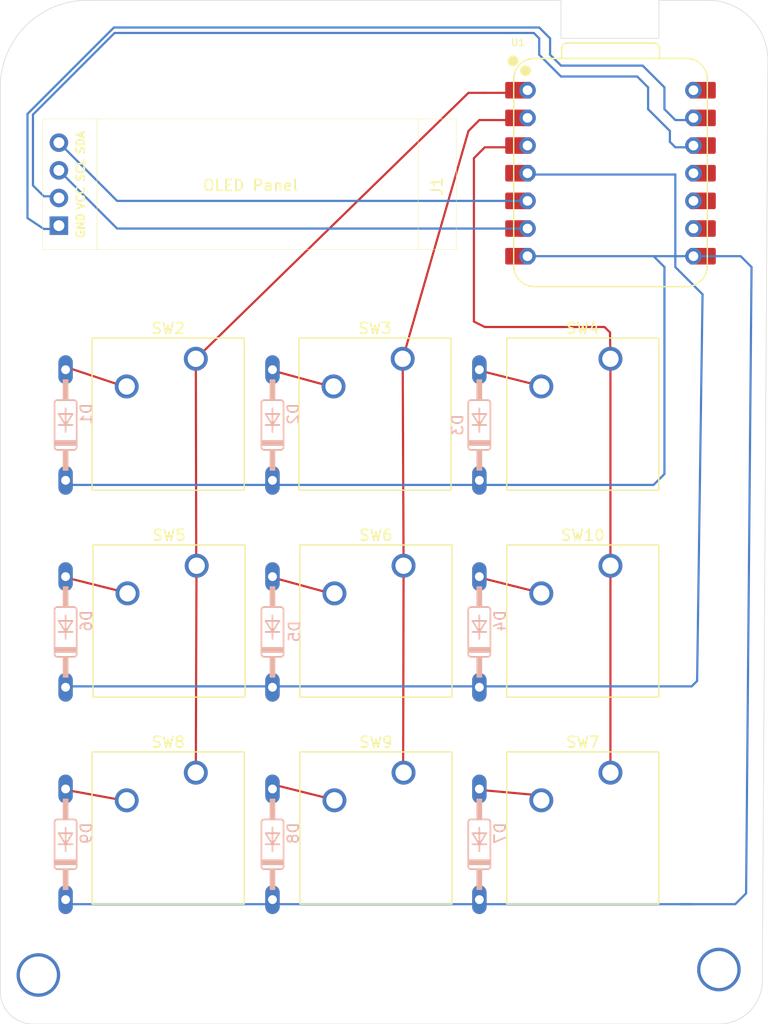
<source format=kicad_pcb>
(kicad_pcb (version 20240108) (generator "pcbnew") (generator_version "8.0")
  (layers (0 "F.Cu" signal) (31 "B.Cu" signal) (34 "B.Paste" user) (35 "F.Paste" user) (36 "B.SilkS" user "B.Silkscreen") (37 "F.SilkS" user "F.Silkscreen") (38 "B.Mask" user) (39 "F.Mask" user) (44 "Edge.Cuts" user))
  (net 0 "")
  (net 1 "SDA")
  (net 2 "GND")
  (net 3 "+3V3")
  (net 4 "SCL")
  (net 5 "COL-1")
  (net 6 "Net-(D1-A)")
  (net 7 "Net-(D2-A)")
  (net 8 "COL-2")
  (net 9 "COL-3")
  (net 10 "Net-(D3-A)")
  (net 11 "Net-(D4-A)")
  (net 12 "Net-(D5-A)")
  (net 13 "Net-(D6-A)")
  (net 14 "Net-(D7-A)")
  (net 15 "Net-(D8-A)")
  (net 16 "Net-(D9-A)")
  (net 17 "ROW-1")
  (net 18 "ROW-2")
  (net 19 "+5V")
  (net 23 "ROW-3")
  (footprint "Button_Switch_Keyboard:SW_Cherry_MX_1.00u_PCB" (layer "F.Cu") (at 108.04 64.92)
    (property "Reference" "SW4" (at -2.54 -2.794 0) (layer "F.SilkS"))
    (property "Value" "SW_Push")
    (fp_line (start -9.525 -1.905) (end 4.445 -1.905) (stroke (width 0.12)) (layer "F.SilkS"))
    (fp_line (start -9.525 12.065) (end -9.525 -1.905) (stroke (width 0.12)) (layer "F.SilkS"))
    (fp_line (start 4.445 -1.905) (end 4.445 12.065) (stroke (width 0.12)) (layer "F.SilkS"))
    (fp_line (start 4.445 12.065) (end -9.525 12.065) (stroke (width 0.12)) (layer "F.SilkS"))
    (pad "" np_thru_hole circle (at -7.62 5.08) (size 1.7 1.7) (drill 1.7) (layers "*.Cu" "*.Mask"))
    (pad "" np_thru_hole circle (at -2.54 5.08) (size 4 4) (drill 4) (layers "*.Cu" "*.Mask"))
    (pad "" np_thru_hole circle (at 2.54 5.08) (size 1.7 1.7) (drill 1.7) (layers "*.Cu" "*.Mask"))
    (pad "1" thru_hole circle (at 0 0) (size 2.2 2.2) (drill 1.5) (layers "*.Cu" "*.Mask") (net 9 "COL-3"))
    (pad "2" thru_hole circle (at -6.35 2.54) (size 2.2 2.2) (drill 1.5) (layers "*.Cu" "*.Mask") (net 10 "Net-(D3-A)"))
  )
  (footprint "Button_Switch_Keyboard:SW_Cherry_MX_1.00u_PCB" (layer "F.Cu") (at 70.04 83.92)
    (property "Reference" "SW5" (at -2.54 -2.794 0) (layer "F.SilkS"))
    (property "Value" "SW_Push")
    (fp_line (start -9.525 -1.905) (end 4.445 -1.905) (stroke (width 0.12)) (layer "F.SilkS"))
    (fp_line (start -9.525 12.065) (end -9.525 -1.905) (stroke (width 0.12)) (layer "F.SilkS"))
    (fp_line (start 4.445 -1.905) (end 4.445 12.065) (stroke (width 0.12)) (layer "F.SilkS"))
    (fp_line (start 4.445 12.065) (end -9.525 12.065) (stroke (width 0.12)) (layer "F.SilkS"))
    (pad "" np_thru_hole circle (at -7.62 5.08) (size 1.7 1.7) (drill 1.7) (layers "*.Cu" "*.Mask"))
    (pad "" np_thru_hole circle (at -2.54 5.08) (size 4 4) (drill 4) (layers "*.Cu" "*.Mask"))
    (pad "" np_thru_hole circle (at 2.54 5.08) (size 1.7 1.7) (drill 1.7) (layers "*.Cu" "*.Mask"))
    (pad "1" thru_hole circle (at 0 0) (size 2.2 2.2) (drill 1.5) (layers "*.Cu" "*.Mask") (net 5 "COL-1"))
    (pad "2" thru_hole circle (at -6.35 2.54) (size 2.2 2.2) (drill 1.5) (layers "*.Cu" "*.Mask") (net 11 "Net-(D4-A)"))
  )
  (footprint "Button_Switch_Keyboard:SW_Cherry_MX_1.00u_PCB" (layer "F.Cu") (at 108.04 102.92)
    (property "Reference" "SW7" (at -2.54 -2.794 0) (layer "F.SilkS"))
    (property "Value" "SW_Push")
    (fp_line (start -9.525 -1.905) (end 4.445 -1.905) (stroke (width 0.12)) (layer "F.SilkS"))
    (fp_line (start -9.525 12.065) (end -9.525 -1.905) (stroke (width 0.12)) (layer "F.SilkS"))
    (fp_line (start 4.445 -1.905) (end 4.445 12.065) (stroke (width 0.12)) (layer "F.SilkS"))
    (fp_line (start 4.445 12.065) (end -9.525 12.065) (stroke (width 0.12)) (layer "F.SilkS"))
    (pad "" np_thru_hole circle (at -7.62 5.08) (size 1.7 1.7) (drill 1.7) (layers "*.Cu" "*.Mask"))
    (pad "" np_thru_hole circle (at -2.54 5.08) (size 4 4) (drill 4) (layers "*.Cu" "*.Mask"))
    (pad "" np_thru_hole circle (at 2.54 5.08) (size 1.7 1.7) (drill 1.7) (layers "*.Cu" "*.Mask"))
    (pad "1" thru_hole circle (at 0 0) (size 2.2 2.2) (drill 1.5) (layers "*.Cu" "*.Mask") (net 9 "COL-3"))
    (pad "2" thru_hole circle (at -6.35 2.54) (size 2.2 2.2) (drill 1.5) (layers "*.Cu" "*.Mask") (net 13 "Net-(D6-A)"))
  )
  (footprint "Button_Switch_Keyboard:SW_Cherry_MX_1.00u_PCB" (layer "F.Cu") (at 69.96 64.92)
    (property "Reference" "SW2" (at -2.54 -2.794 0) (layer "F.SilkS"))
    (property "Value" "SW_Push")
    (fp_line (start -9.525 -1.905) (end 4.445 -1.905) (stroke (width 0.12)) (layer "F.SilkS"))
    (fp_line (start -9.525 12.065) (end -9.525 -1.905) (stroke (width 0.12)) (layer "F.SilkS"))
    (fp_line (start 4.445 -1.905) (end 4.445 12.065) (stroke (width 0.12)) (layer "F.SilkS"))
    (fp_line (start 4.445 12.065) (end -9.525 12.065) (stroke (width 0.12)) (layer "F.SilkS"))
    (pad "" np_thru_hole circle (at -7.62 5.08) (size 1.7 1.7) (drill 1.7) (layers "*.Cu" "*.Mask"))
    (pad "" np_thru_hole circle (at -2.54 5.08) (size 4 4) (drill 4) (layers "*.Cu" "*.Mask"))
    (pad "" np_thru_hole circle (at 2.54 5.08) (size 1.7 1.7) (drill 1.7) (layers "*.Cu" "*.Mask"))
    (pad "1" thru_hole circle (at 0 0) (size 2.2 2.2) (drill 1.5) (layers "*.Cu" "*.Mask") (net 5 "COL-1"))
    (pad "2" thru_hole circle (at -6.35 2.54) (size 2.2 2.2) (drill 1.5) (layers "*.Cu" "*.Mask") (net 6 "Net-(D1-A)"))
  )
  (footprint "Button_Switch_Keyboard:SW_Cherry_MX_1.00u_PCB" (layer "F.Cu") (at 108.04 83.92)
    (property "Reference" "SW10" (at -2.54 -2.794 0) (layer "F.SilkS"))
    (property "Value" "SW_Push")
    (fp_line (start -9.525 -1.905) (end 4.445 -1.905) (stroke (width 0.12)) (layer "F.SilkS"))
    (fp_line (start -9.525 12.065) (end -9.525 -1.905) (stroke (width 0.12)) (layer "F.SilkS"))
    (fp_line (start 4.445 -1.905) (end 4.445 12.065) (stroke (width 0.12)) (layer "F.SilkS"))
    (fp_line (start 4.445 12.065) (end -9.525 12.065) (stroke (width 0.12)) (layer "F.SilkS"))
    (pad "" np_thru_hole circle (at -7.62 5.08) (size 1.7 1.7) (drill 1.7) (layers "*.Cu" "*.Mask"))
    (pad "" np_thru_hole circle (at -2.54 5.08) (size 4 4) (drill 4) (layers "*.Cu" "*.Mask"))
    (pad "" np_thru_hole circle (at 2.54 5.08) (size 1.7 1.7) (drill 1.7) (layers "*.Cu" "*.Mask"))
    (pad "1" thru_hole circle (at 0 0) (size 2.2 2.2) (drill 1.5) (layers "*.Cu" "*.Mask") (net 9 "COL-3"))
    (pad "2" thru_hole circle (at -6.35 2.54) (size 2.2 2.2) (drill 1.5) (layers "*.Cu" "*.Mask") (net 16 "Net-(D9-A)"))
  )
  (footprint "Button_Switch_Keyboard:SW_Cherry_MX_1.00u_PCB" (layer "F.Cu") (at 88.96 64.92)
    (property "Reference" "SW3" (at -2.54 -2.794 0) (layer "F.SilkS"))
    (property "Value" "SW_Push")
    (fp_line (start -9.525 -1.905) (end 4.445 -1.905) (stroke (width 0.12)) (layer "F.SilkS"))
    (fp_line (start -9.525 12.065) (end -9.525 -1.905) (stroke (width 0.12)) (layer "F.SilkS"))
    (fp_line (start 4.445 -1.905) (end 4.445 12.065) (stroke (width 0.12)) (layer "F.SilkS"))
    (fp_line (start 4.445 12.065) (end -9.525 12.065) (stroke (width 0.12)) (layer "F.SilkS"))
    (pad "" np_thru_hole circle (at -7.62 5.08) (size 1.7 1.7) (drill 1.7) (layers "*.Cu" "*.Mask"))
    (pad "" np_thru_hole circle (at -2.54 5.08) (size 4 4) (drill 4) (layers "*.Cu" "*.Mask"))
    (pad "" np_thru_hole circle (at 2.54 5.08) (size 1.7 1.7) (drill 1.7) (layers "*.Cu" "*.Mask"))
    (pad "1" thru_hole circle (at 0 0) (size 2.2 2.2) (drill 1.5) (layers "*.Cu" "*.Mask") (net 8 "COL-2"))
    (pad "2" thru_hole circle (at -6.35 2.54) (size 2.2 2.2) (drill 1.5) (layers "*.Cu" "*.Mask") (net 7 "Net-(D2-A)"))
  )
  (footprint "KiCad-SSD1306-0.91-OLED-4pin-128x32:SSD1306-0.91-OLED-4pin-128x32" (layer "F.Cu") (at 93.885 54.885 180)
    (property "Reference" "J1" (at 1.785 5.795 90) (layer "F.SilkS"))
    (property "Value" "Conn_01x04_Pin")
    (fp_line (start 38 12) (end 38 0) (stroke (width 0.04)) (layer "F.SilkS"))
    (fp_line (start 38 0) (end 0 0) (stroke (width 0.04)) (layer "F.SilkS"))
    (fp_line (start 33 0) (end 33 12) (stroke (width 0.04)) (layer "F.SilkS"))
    (fp_line (start 3.5 0) (end 3.5 12) (stroke (width 0.04)) (layer "F.SilkS"))
    (fp_line (start 0 12) (end 38 12) (stroke (width 0.04)) (layer "F.SilkS"))
    (fp_line (start 0 0) (end 0 12) (stroke (width 0.04)) (layer "F.SilkS"))
    (fp_text user "VCC" (at 34.5 4.73 90) (layer "F.SilkS") (effects (font (size 0.75 0.75))))
    (fp_text user "SCL" (at 34.5 7.27 90) (layer "F.SilkS") (effects (font (size 0.75 0.75))))
    (fp_text user "SDA" (at 34.5 9.81 90) (layer "F.SilkS") (effects (font (size 0.75 0.75))))
    (fp_text user "GND" (at 34.5 2.19 90) (layer "F.SilkS") (effects (font (size 0.75 0.75))))
    (fp_text user "OLED Panel" (at 18.885 5.885 360) (layer "F.SilkS"))
    (pad "1" thru_hole rect (at 36.5 2.19 180) (size 1.7 1.7) (drill 1) (layers "*.Cu" "*.Mask") (net 2 "GND"))
    (pad "2" thru_hole oval (at 36.5 4.73 180) (size 1.7 1.7) (drill 1) (layers "*.Cu" "*.Mask") (net 3 "+3V3"))
    (pad "3" thru_hole oval (at 36.5 7.27 180) (size 1.7 1.7) (drill 1) (layers "*.Cu" "*.Mask") (net 4 "SCL"))
    (pad "4" thru_hole oval (at 36.5 9.81 180) (size 1.7 1.7) (drill 1) (layers "*.Cu" "*.Mask") (net 1 "SDA"))
  )
  (footprint "Button_Switch_Keyboard:SW_Cherry_MX_1.00u_PCB" (layer "F.Cu") (at 69.96 102.92)
    (property "Reference" "SW8" (at -2.54 -2.794 0) (layer "F.SilkS"))
    (property "Value" "SW_Push")
    (fp_line (start -9.525 -1.905) (end 4.445 -1.905) (stroke (width 0.12)) (layer "F.SilkS"))
    (fp_line (start -9.525 12.065) (end -9.525 -1.905) (stroke (width 0.12)) (layer "F.SilkS"))
    (fp_line (start 4.445 -1.905) (end 4.445 12.065) (stroke (width 0.12)) (layer "F.SilkS"))
    (fp_line (start 4.445 12.065) (end -9.525 12.065) (stroke (width 0.12)) (layer "F.SilkS"))
    (pad "" np_thru_hole circle (at -7.62 5.08) (size 1.7 1.7) (drill 1.7) (layers "*.Cu" "*.Mask"))
    (pad "" np_thru_hole circle (at -2.54 5.08) (size 4 4) (drill 4) (layers "*.Cu" "*.Mask"))
    (pad "" np_thru_hole circle (at 2.54 5.08) (size 1.7 1.7) (drill 1.7) (layers "*.Cu" "*.Mask"))
    (pad "1" thru_hole circle (at 0 0) (size 2.2 2.2) (drill 1.5) (layers "*.Cu" "*.Mask") (net 5 "COL-1"))
    (pad "2" thru_hole circle (at -6.35 2.54) (size 2.2 2.2) (drill 1.5) (layers "*.Cu" "*.Mask") (net 14 "Net-(D7-A)"))
  )
  (footprint "Button_Switch_Keyboard:SW_Cherry_MX_1.00u_PCB" (layer "F.Cu") (at 89.04 102.92)
    (property "Reference" "SW9" (at -2.54 -2.794 0) (layer "F.SilkS"))
    (property "Value" "SW_Push")
    (fp_line (start -9.525 -1.905) (end 4.445 -1.905) (stroke (width 0.12)) (layer "F.SilkS"))
    (fp_line (start -9.525 12.065) (end -9.525 -1.905) (stroke (width 0.12)) (layer "F.SilkS"))
    (fp_line (start 4.445 -1.905) (end 4.445 12.065) (stroke (width 0.12)) (layer "F.SilkS"))
    (fp_line (start 4.445 12.065) (end -9.525 12.065) (stroke (width 0.12)) (layer "F.SilkS"))
    (pad "" np_thru_hole circle (at -7.62 5.08) (size 1.7 1.7) (drill 1.7) (layers "*.Cu" "*.Mask"))
    (pad "" np_thru_hole circle (at -2.54 5.08) (size 4 4) (drill 4) (layers "*.Cu" "*.Mask"))
    (pad "" np_thru_hole circle (at 2.54 5.08) (size 1.7 1.7) (drill 1.7) (layers "*.Cu" "*.Mask"))
    (pad "1" thru_hole circle (at 0 0) (size 2.2 2.2) (drill 1.5) (layers "*.Cu" "*.Mask") (net 8 "COL-2"))
    (pad "2" thru_hole circle (at -6.35 2.54) (size 2.2 2.2) (drill 1.5) (layers "*.Cu" "*.Mask") (net 15 "Net-(D8-A)"))
  )
  (footprint "Seeed Studio XIAO Series Library:XIAO-RP2040-DIP" (layer "F.Cu") (at 108.045 47.88)
    (property "Reference" "U1" (at -8.5 -12 0) (layer "F.SilkS") (effects (font (size 0.635 0.635) (thickness 0.1016))))
    (property "Value" "XIAO-RP2040-DIP")
    (fp_line (start -8.89 8.509) (end -8.89 -8.636) (stroke (width 0.127)) (layer "F.SilkS"))
    (fp_line (start -6.985 10.414) (end 6.985 10.414) (stroke (width 0.127)) (layer "F.SilkS"))
    (fp_line (start -4.495 -10.541) (end -4.491272 -11.451272) (stroke (width 0.127)) (layer "F.SilkS"))
    (fp_line (start -3.991272 -11.951) (end 4.004 -11.951) (stroke (width 0.127)) (layer "F.SilkS"))
    (fp_line (start 4.504 -11.451) (end 4.504 -10.541) (stroke (width 0.127)) (layer "F.SilkS"))
    (fp_line (start 6.985 -10.541) (end -6.985 -10.541) (stroke (width 0.1)) (layer "F.SilkS"))
    (fp_line (start 6.985 -10.541) (end -6.985 -10.541) (stroke (width 0.127)) (layer "F.SilkS"))
    (fp_line (start 8.89 8.509) (end 8.89 -8.636) (stroke (width 0.127)) (layer "F.SilkS"))
    (fp_arc (start -8.89 -8.636) (mid -8.332038 -9.983038) (end -6.985 -10.541) (stroke (width 0.127)) (layer "F.SilkS"))
    (fp_arc (start -6.985 10.414) (mid -8.332038 9.856038) (end -8.89 8.509) (stroke (width 0.127)) (layer "F.SilkS"))
    (fp_arc (start -4.491272 -11.451272) (mid -4.344724 -11.804644) (end -3.991272 -11.951) (stroke (width 0.127)) (layer "F.SilkS"))
    (fp_arc (start 4.004 -11.951) (mid 4.357553 -11.804553) (end 4.504 -11.451) (stroke (width 0.127)) (layer "F.SilkS"))
    (fp_arc (start 6.985 -10.541) (mid 8.332038 -9.983038) (end 8.89 -8.636) (stroke (width 0.127)) (layer "F.SilkS"))
    (fp_arc (start 8.89 8.509) (mid 8.332038 9.856038) (end 6.985 10.414) (stroke (width 0.127)) (layer "F.SilkS"))
    (fp_circle (center -8.95 -10.3) (end -8.95 -10.554) (stroke (width 0.5)) (fill solid) (layer "F.SilkS"))
    (fp_circle (center -7.807 -9.42) (end -7.807 -9.674) (stroke (width 0.5)) (fill solid) (layer "F.SilkS"))
    (pad "1" smd roundrect (at -8.455 -7.62 180) (size 2.432 1.524) (layers "F.Cu" "F.Mask") (roundrect_rratio 0.1) (net 5 "COL-1"))
    (pad "1" thru_hole circle (at -7.62 -7.62 180) (size 1.524 1.524) (drill 0.889) (layers "*.Cu" "*.Mask") (net 5 "COL-1"))
    (pad "2" smd roundrect (at -8.455 -5.08 180) (size 2.432 1.524) (layers "F.Cu" "F.Mask") (roundrect_rratio 0.1) (net 8 "COL-2"))
    (pad "2" thru_hole circle (at -7.62 -5.08 180) (size 1.524 1.524) (drill 0.889) (layers "*.Cu" "*.Mask") (net 8 "COL-2"))
    (pad "3" smd roundrect (at -8.455 -2.54 180) (size 2.432 1.524) (layers "F.Cu" "F.Mask") (roundrect_rratio 0.1) (net 9 "COL-3"))
    (pad "3" thru_hole circle (at -7.62 -2.54 180) (size 1.524 1.524) (drill 0.889) (layers "*.Cu" "*.Mask") (net 9 "COL-3"))
    (pad "4" smd roundrect (at -8.455 0 180) (size 2.432 1.524) (layers "F.Cu" "F.Mask") (roundrect_rratio 0.1) (net 18 "ROW-2"))
    (pad "4" thru_hole circle (at -7.62 0 180) (size 1.524 1.524) (drill 0.889) (layers "*.Cu" "*.Mask") (net 18 "ROW-2"))
    (pad "5" smd roundrect (at -8.455 2.54 180) (size 2.432 1.524) (layers "F.Cu" "F.Mask") (roundrect_rratio 0.1) (net 1 "SDA"))
    (pad "5" thru_hole circle (at -7.62 2.54 180) (size 1.524 1.524) (drill 0.889) (layers "*.Cu" "*.Mask") (net 1 "SDA"))
    (pad "6" smd roundrect (at -8.455 5.08 180) (size 2.432 1.524) (layers "F.Cu" "F.Mask") (roundrect_rratio 0.1) (net 4 "SCL"))
    (pad "6" thru_hole circle (at -7.62 5.08 180) (size 1.524 1.524) (drill 0.889) (layers "*.Cu" "*.Mask") (net 4 "SCL"))
    (pad "7" smd roundrect (at -8.455 7.62 180) (size 2.432 1.524) (layers "F.Cu" "F.Mask") (roundrect_rratio 0.1) (net 17 "ROW-1"))
    (pad "7" thru_hole circle (at -7.62 7.62 180) (size 1.524 1.524) (drill 0.889) (layers "*.Cu" "*.Mask") (net 17 "ROW-1"))
    (pad "8" thru_hole circle (at 7.62 7.62) (size 1.524 1.524) (drill 0.889) (layers "*.Cu" "*.Mask") (net 23 "ROW-3"))
    (pad "8" smd roundrect (at 8.455 7.62) (size 2.432 1.524) (layers "F.Cu" "F.Mask") (roundrect_rratio 0.1) (net 23 "ROW-3"))
    (pad "9" thru_hole circle (at 7.62 5.08) (size 1.524 1.524) (drill 0.889) (layers "*.Cu" "*.Mask"))
    (pad "9" smd roundrect (at 8.455 5.08) (size 2.432 1.524) (layers "F.Cu" "F.Mask") (roundrect_rratio 0.1))
    (pad "10" thru_hole circle (at 7.62 2.54) (size 1.524 1.524) (drill 0.889) (layers "*.Cu" "*.Mask"))
    (pad "10" smd roundrect (at 8.455 2.54) (size 2.432 1.524) (layers "F.Cu" "F.Mask") (roundrect_rratio 0.1))
    (pad "11" thru_hole circle (at 7.62 0) (size 1.524 1.524) (drill 0.889) (layers "*.Cu" "*.Mask"))
    (pad "11" smd roundrect (at 8.455 0) (size 2.432 1.524) (layers "F.Cu" "F.Mask") (roundrect_rratio 0.1))
    (pad "12" thru_hole circle (at 7.62 -2.54) (size 1.524 1.524) (drill 0.889) (layers "*.Cu" "*.Mask") (net 3 "+3V3"))
    (pad "12" smd roundrect (at 8.455 -2.54) (size 2.432 1.524) (layers "F.Cu" "F.Mask") (roundrect_rratio 0.1) (net 3 "+3V3"))
    (pad "13" thru_hole circle (at 7.62 -5.08) (size 1.524 1.524) (drill 0.889) (layers "*.Cu" "*.Mask") (net 2 "GND"))
    (pad "13" smd roundrect (at 8.455 -5.08) (size 2.432 1.524) (layers "F.Cu" "F.Mask") (roundrect_rratio 0.1) (net 2 "GND"))
    (pad "14" thru_hole circle (at 7.62 -7.62) (size 1.524 1.524) (drill 0.889) (layers "*.Cu" "*.Mask") (net 19 "+5V"))
    (pad "14" smd roundrect (at 8.455 -7.62) (size 2.432 1.524) (layers "F.Cu" "F.Mask") (roundrect_rratio 0.1) (net 19 "+5V"))
  )
  (footprint "Button_Switch_Keyboard:SW_Cherry_MX_1.00u_PCB" (layer "F.Cu") (at 89.04 83.92)
    (property "Reference" "SW6" (at -2.54 -2.794 0) (layer "F.SilkS"))
    (property "Value" "SW_Push")
    (fp_line (start -9.525 -1.905) (end 4.445 -1.905) (stroke (width 0.12)) (layer "F.SilkS"))
    (fp_line (start -9.525 12.065) (end -9.525 -1.905) (stroke (width 0.12)) (layer "F.SilkS"))
    (fp_line (start 4.445 -1.905) (end 4.445 12.065) (stroke (width 0.12)) (layer "F.SilkS"))
    (fp_line (start 4.445 12.065) (end -9.525 12.065) (stroke (width 0.12)) (layer "F.SilkS"))
    (pad "" np_thru_hole circle (at -7.62 5.08) (size 1.7 1.7) (drill 1.7) (layers "*.Cu" "*.Mask"))
    (pad "" np_thru_hole circle (at -2.54 5.08) (size 4 4) (drill 4) (layers "*.Cu" "*.Mask"))
    (pad "" np_thru_hole circle (at 2.54 5.08) (size 1.7 1.7) (drill 1.7) (layers "*.Cu" "*.Mask"))
    (pad "1" thru_hole circle (at 0 0) (size 2.2 2.2) (drill 1.5) (layers "*.Cu" "*.Mask") (net 8 "COL-2"))
    (pad "2" thru_hole circle (at -6.35 2.54) (size 2.2 2.2) (drill 1.5) (layers "*.Cu" "*.Mask") (net 12 "Net-(D5-A)"))
  )
  (footprint "1N4148:DO35-10" (layer "B.Cu") (at 77 109.5 90)
    (property "Reference" "D8" (at 1.016 1.905 90) (layer "B.SilkS") (effects (justify mirror)))
    (property "Value" "D")
    (fp_line (start 2.032 -1.016) (end -2.032 -1.016) (stroke (width 0.1524)) (layer "B.SilkS"))
    (fp_line (start -2.286 -0.762) (end -2.286 0.762) (stroke (width 0.1524)) (layer "B.SilkS"))
    (fp_line (start 1.016 -0.635) (end 1.016 0.635) (stroke (width 0.1524)) (layer "B.SilkS"))
    (fp_line (start 0 -0.635) (end 0 0) (stroke (width 0.1524)) (layer "B.SilkS"))
    (fp_line (start 1.524 0) (end 0 0) (stroke (width 0.1524)) (layer "B.SilkS"))
    (fp_line (start 0 0) (end 1.016 -0.635) (stroke (width 0.1524)) (layer "B.SilkS"))
    (fp_line (start 0 0) (end -0.635 0) (stroke (width 0.1524)) (layer "B.SilkS"))
    (fp_line (start 0 0) (end 0 0.635) (stroke (width 0.1524)) (layer "B.SilkS"))
    (fp_line (start 1.016 0.635) (end 0 0) (stroke (width 0.1524)) (layer "B.SilkS"))
    (fp_line (start 2.286 0.762) (end 2.286 -0.762) (stroke (width 0.1524)) (layer "B.SilkS"))
    (fp_line (start 2.032 1.016) (end -2.032 1.016) (stroke (width 0.1524)) (layer "B.SilkS"))
    (fp_arc (start 2.032 -1.016) (mid 2.211605 -0.941605) (end 2.286 -0.762) (stroke (width 0.1524)) (layer "B.SilkS"))
    (fp_arc (start -2.286 -0.762) (mid -2.211605 -0.941605) (end -2.032 -1.016) (stroke (width 0.1524)) (layer "B.SilkS"))
    (fp_arc (start 2.286 0.762) (mid 2.211605 0.941605) (end 2.032 1.016) (stroke (width 0.1524)) (layer "B.SilkS"))
    (fp_arc (start -2.032 1.016) (mid -2.211605 0.941605) (end -2.286 0.762) (stroke (width 0.1524)) (layer "B.SilkS"))
    (fp_poly (pts (xy 2.286 0.254) (xy 4.191 0.254) (xy 4.191 -0.254) (xy 2.286 -0.254)) (stroke (width 0.01)) (fill solid) (layer "B.SilkS"))
    (fp_poly (pts (xy -4.191 0.254) (xy -2.286 0.254) (xy -2.286 -0.254) (xy -4.191 -0.254)) (stroke (width 0.01)) (fill solid) (layer "B.SilkS"))
    (fp_poly (pts (xy -1.905 1.016) (xy -1.397 1.016) (xy -1.397 -1.016) (xy -1.905 -1.016)) (stroke (width 0.01)) (fill solid) (layer "B.SilkS"))
    (pad "A" thru_hole oval (at 5.08 0 90) (size 2.6416 1.3208) (drill 0.8128) (layers "*.Cu" "*.Mask"))
    (pad "C" thru_hole oval (at -5.08 0 90) (size 2.6416 1.3208) (drill 0.8128) (layers "*.Cu" "*.Mask"))
  )
  (footprint "1N4148:DO35-10" (layer "B.Cu") (at 96 109.5 90)
    (property "Reference" "D7" (at 1.016 1.905 90) (layer "B.SilkS") (effects (justify mirror)))
    (property "Value" "D")
    (fp_line (start 2.032 -1.016) (end -2.032 -1.016) (stroke (width 0.1524)) (layer "B.SilkS"))
    (fp_line (start -2.286 -0.762) (end -2.286 0.762) (stroke (width 0.1524)) (layer "B.SilkS"))
    (fp_line (start 1.016 -0.635) (end 1.016 0.635) (stroke (width 0.1524)) (layer "B.SilkS"))
    (fp_line (start 0 -0.635) (end 0 0) (stroke (width 0.1524)) (layer "B.SilkS"))
    (fp_line (start 1.524 0) (end 0 0) (stroke (width 0.1524)) (layer "B.SilkS"))
    (fp_line (start 0 0) (end 1.016 -0.635) (stroke (width 0.1524)) (layer "B.SilkS"))
    (fp_line (start 0 0) (end -0.635 0) (stroke (width 0.1524)) (layer "B.SilkS"))
    (fp_line (start 0 0) (end 0 0.635) (stroke (width 0.1524)) (layer "B.SilkS"))
    (fp_line (start 1.016 0.635) (end 0 0) (stroke (width 0.1524)) (layer "B.SilkS"))
    (fp_line (start 2.286 0.762) (end 2.286 -0.762) (stroke (width 0.1524)) (layer "B.SilkS"))
    (fp_line (start 2.032 1.016) (end -2.032 1.016) (stroke (width 0.1524)) (layer "B.SilkS"))
    (fp_arc (start 2.032 -1.016) (mid 2.211605 -0.941605) (end 2.286 -0.762) (stroke (width 0.1524)) (layer "B.SilkS"))
    (fp_arc (start -2.286 -0.762) (mid -2.211605 -0.941605) (end -2.032 -1.016) (stroke (width 0.1524)) (layer "B.SilkS"))
    (fp_arc (start 2.286 0.762) (mid 2.211605 0.941605) (end 2.032 1.016) (stroke (width 0.1524)) (layer "B.SilkS"))
    (fp_arc (start -2.032 1.016) (mid -2.211605 0.941605) (end -2.286 0.762) (stroke (width 0.1524)) (layer "B.SilkS"))
    (fp_poly (pts (xy 2.286 0.254) (xy 4.191 0.254) (xy 4.191 -0.254) (xy 2.286 -0.254)) (stroke (width 0.01)) (fill solid) (layer "B.SilkS"))
    (fp_poly (pts (xy -4.191 0.254) (xy -2.286 0.254) (xy -2.286 -0.254) (xy -4.191 -0.254)) (stroke (width 0.01)) (fill solid) (layer "B.SilkS"))
    (fp_poly (pts (xy -1.905 1.016) (xy -1.397 1.016) (xy -1.397 -1.016) (xy -1.905 -1.016)) (stroke (width 0.01)) (fill solid) (layer "B.SilkS"))
    (pad "A" thru_hole oval (at 5.08 0 90) (size 2.6416 1.3208) (drill 0.8128) (layers "*.Cu" "*.Mask"))
    (pad "C" thru_hole oval (at -5.08 0 90) (size 2.6416 1.3208) (drill 0.8128) (layers "*.Cu" "*.Mask"))
  )
  (footprint "1N4148:DO35-10" (layer "B.Cu") (at 58 109.5 90)
    (property "Reference" "D9" (at 1.016 1.905 90) (layer "B.SilkS") (effects (justify mirror)))
    (property "Value" "D" (hide yes))
    (fp_line (start 2.032 -1.016) (end -2.032 -1.016) (stroke (width 0.1524)) (layer "B.SilkS"))
    (fp_line (start -2.286 -0.762) (end -2.286 0.762) (stroke (width 0.1524)) (layer "B.SilkS"))
    (fp_line (start 1.016 -0.635) (end 1.016 0.635) (stroke (width 0.1524)) (layer "B.SilkS"))
    (fp_line (start 0 -0.635) (end 0 0) (stroke (width 0.1524)) (layer "B.SilkS"))
    (fp_line (start 1.524 0) (end 0 0) (stroke (width 0.1524)) (layer "B.SilkS"))
    (fp_line (start 0 0) (end 1.016 -0.635) (stroke (width 0.1524)) (layer "B.SilkS"))
    (fp_line (start 0 0) (end -0.635 0) (stroke (width 0.1524)) (layer "B.SilkS"))
    (fp_line (start 0 0) (end 0 0.635) (stroke (width 0.1524)) (layer "B.SilkS"))
    (fp_line (start 1.016 0.635) (end 0 0) (stroke (width 0.1524)) (layer "B.SilkS"))
    (fp_line (start 2.286 0.762) (end 2.286 -0.762) (stroke (width 0.1524)) (layer "B.SilkS"))
    (fp_line (start 2.032 1.016) (end -2.032 1.016) (stroke (width 0.1524)) (layer "B.SilkS"))
    (fp_arc (start 2.032 -1.016) (mid 2.211605 -0.941605) (end 2.286 -0.762) (stroke (width 0.1524)) (layer "B.SilkS"))
    (fp_arc (start -2.286 -0.762) (mid -2.211605 -0.941605) (end -2.032 -1.016) (stroke (width 0.1524)) (layer "B.SilkS"))
    (fp_arc (start 2.286 0.762) (mid 2.211605 0.941605) (end 2.032 1.016) (stroke (width 0.1524)) (layer "B.SilkS"))
    (fp_arc (start -2.032 1.016) (mid -2.211605 0.941605) (end -2.286 0.762) (stroke (width 0.1524)) (layer "B.SilkS"))
    (fp_poly (pts (xy 2.286 0.254) (xy 4.191 0.254) (xy 4.191 -0.254) (xy 2.286 -0.254)) (stroke (width 0.01)) (fill solid) (layer "B.SilkS"))
    (fp_poly (pts (xy -4.191 0.254) (xy -2.286 0.254) (xy -2.286 -0.254) (xy -4.191 -0.254)) (stroke (width 0.01)) (fill solid) (layer "B.SilkS"))
    (fp_poly (pts (xy -1.905 1.016) (xy -1.397 1.016) (xy -1.397 -1.016) (xy -1.905 -1.016)) (stroke (width 0.01)) (fill solid) (layer "B.SilkS"))
    (pad "A" thru_hole oval (at 5.08 0 90) (size 2.6416 1.3208) (drill 0.8128) (layers "*.Cu" "*.Mask"))
    (pad "C" thru_hole oval (at -5.08 0 90) (size 2.6416 1.3208) (drill 0.8128) (layers "*.Cu" "*.Mask"))
  )
  (footprint "1N4148:DO35-10" (layer "B.Cu") (at 96 71 90)
    (property "Reference" "D3" (at 0 -2 90) (layer "B.SilkS") (effects (justify mirror)))
    (property "Value" "D")
    (fp_line (start 2.032 -1.016) (end -2.032 -1.016) (stroke (width 0.1524)) (layer "B.SilkS"))
    (fp_line (start -2.286 -0.762) (end -2.286 0.762) (stroke (width 0.1524)) (layer "B.SilkS"))
    (fp_line (start 1.016 -0.635) (end 1.016 0.635) (stroke (width 0.1524)) (layer "B.SilkS"))
    (fp_line (start 0 -0.635) (end 0 0) (stroke (width 0.1524)) (layer "B.SilkS"))
    (fp_line (start 1.524 0) (end 0 0) (stroke (width 0.1524)) (layer "B.SilkS"))
    (fp_line (start 0 0) (end 1.016 -0.635) (stroke (width 0.1524)) (layer "B.SilkS"))
    (fp_line (start 0 0) (end -0.635 0) (stroke (width 0.1524)) (layer "B.SilkS"))
    (fp_line (start 0 0) (end 0 0.635) (stroke (width 0.1524)) (layer "B.SilkS"))
    (fp_line (start 1.016 0.635) (end 0 0) (stroke (width 0.1524)) (layer "B.SilkS"))
    (fp_line (start 2.286 0.762) (end 2.286 -0.762) (stroke (width 0.1524)) (layer "B.SilkS"))
    (fp_line (start 2.032 1.016) (end -2.032 1.016) (stroke (width 0.1524)) (layer "B.SilkS"))
    (fp_arc (start 2.032 -1.016) (mid 2.211605 -0.941605) (end 2.286 -0.762) (stroke (width 0.1524)) (layer "B.SilkS"))
    (fp_arc (start -2.286 -0.762) (mid -2.211605 -0.941605) (end -2.032 -1.016) (stroke (width 0.1524)) (layer "B.SilkS"))
    (fp_arc (start 2.286 0.762) (mid 2.211605 0.941605) (end 2.032 1.016) (stroke (width 0.1524)) (layer "B.SilkS"))
    (fp_arc (start -2.032 1.016) (mid -2.211605 0.941605) (end -2.286 0.762) (stroke (width 0.1524)) (layer "B.SilkS"))
    (fp_poly (pts (xy 2.286 0.254) (xy 4.191 0.254) (xy 4.191 -0.254) (xy 2.286 -0.254)) (stroke (width 0.01)) (fill solid) (layer "B.SilkS"))
    (fp_poly (pts (xy -4.191 0.254) (xy -2.286 0.254) (xy -2.286 -0.254) (xy -4.191 -0.254)) (stroke (width 0.01)) (fill solid) (layer "B.SilkS"))
    (fp_poly (pts (xy -1.905 1.016) (xy -1.397 1.016) (xy -1.397 -1.016) (xy -1.905 -1.016)) (stroke (width 0.01)) (fill solid) (layer "B.SilkS"))
    (pad "A" thru_hole oval (at 5.08 0 90) (size 2.6416 1.3208) (drill 0.8128) (layers "*.Cu" "*.Mask"))
    (pad "C" thru_hole oval (at -5.08 0 90) (size 2.6416 1.3208) (drill 0.8128) (layers "*.Cu" "*.Mask"))
  )
  (footprint "1N4148:DO35-10" (layer "B.Cu") (at 58 90 90)
    (property "Reference" "D6" (at 1.016 1.905 90) (layer "B.SilkS") (effects (justify mirror)))
    (property "Value" "D" (hide yes))
    (fp_line (start 2.032 -1.016) (end -2.032 -1.016) (stroke (width 0.1524)) (layer "B.SilkS"))
    (fp_line (start -2.286 -0.762) (end -2.286 0.762) (stroke (width 0.1524)) (layer "B.SilkS"))
    (fp_line (start 1.016 -0.635) (end 1.016 0.635) (stroke (width 0.1524)) (layer "B.SilkS"))
    (fp_line (start 0 -0.635) (end 0 0) (stroke (width 0.1524)) (layer "B.SilkS"))
    (fp_line (start 1.524 0) (end 0 0) (stroke (width 0.1524)) (layer "B.SilkS"))
    (fp_line (start 0 0) (end 1.016 -0.635) (stroke (width 0.1524)) (layer "B.SilkS"))
    (fp_line (start 0 0) (end -0.635 0) (stroke (width 0.1524)) (layer "B.SilkS"))
    (fp_line (start 0 0) (end 0 0.635) (stroke (width 0.1524)) (layer "B.SilkS"))
    (fp_line (start 1.016 0.635) (end 0 0) (stroke (width 0.1524)) (layer "B.SilkS"))
    (fp_line (start 2.286 0.762) (end 2.286 -0.762) (stroke (width 0.1524)) (layer "B.SilkS"))
    (fp_line (start 2.032 1.016) (end -2.032 1.016) (stroke (width 0.1524)) (layer "B.SilkS"))
    (fp_arc (start 2.032 -1.016) (mid 2.211605 -0.941605) (end 2.286 -0.762) (stroke (width 0.1524)) (layer "B.SilkS"))
    (fp_arc (start -2.286 -0.762) (mid -2.211605 -0.941605) (end -2.032 -1.016) (stroke (width 0.1524)) (layer "B.SilkS"))
    (fp_arc (start 2.286 0.762) (mid 2.211605 0.941605) (end 2.032 1.016) (stroke (width 0.1524)) (layer "B.SilkS"))
    (fp_arc (start -2.032 1.016) (mid -2.211605 0.941605) (end -2.286 0.762) (stroke (width 0.1524)) (layer "B.SilkS"))
    (fp_poly (pts (xy 2.286 0.254) (xy 4.191 0.254) (xy 4.191 -0.254) (xy 2.286 -0.254)) (stroke (width 0.01)) (fill solid) (layer "B.SilkS"))
    (fp_poly (pts (xy -4.191 0.254) (xy -2.286 0.254) (xy -2.286 -0.254) (xy -4.191 -0.254)) (stroke (width 0.01)) (fill solid) (layer "B.SilkS"))
    (fp_poly (pts (xy -1.905 1.016) (xy -1.397 1.016) (xy -1.397 -1.016) (xy -1.905 -1.016)) (stroke (width 0.01)) (fill solid) (layer "B.SilkS"))
    (pad "A" thru_hole oval (at 5.08 0 90) (size 2.6416 1.3208) (drill 0.8128) (layers "*.Cu" "*.Mask"))
    (pad "C" thru_hole oval (at -5.08 0 90) (size 2.6416 1.3208) (drill 0.8128) (layers "*.Cu" "*.Mask"))
  )
  (footprint "1N4148:DO35-10" (layer "B.Cu") (at 77 71 90)
    (property "Reference" "D2" (at 1.016 1.905 90) (layer "B.SilkS") (effects (justify mirror)))
    (property "Value" "D")
    (fp_line (start 2.032 -1.016) (end -2.032 -1.016) (stroke (width 0.1524)) (layer "B.SilkS"))
    (fp_line (start -2.286 -0.762) (end -2.286 0.762) (stroke (width 0.1524)) (layer "B.SilkS"))
    (fp_line (start 1.016 -0.635) (end 1.016 0.635) (stroke (width 0.1524)) (layer "B.SilkS"))
    (fp_line (start 0 -0.635) (end 0 0) (stroke (width 0.1524)) (layer "B.SilkS"))
    (fp_line (start 1.524 0) (end 0 0) (stroke (width 0.1524)) (layer "B.SilkS"))
    (fp_line (start 0 0) (end 1.016 -0.635) (stroke (width 0.1524)) (layer "B.SilkS"))
    (fp_line (start 0 0) (end -0.635 0) (stroke (width 0.1524)) (layer "B.SilkS"))
    (fp_line (start 0 0) (end 0 0.635) (stroke (width 0.1524)) (layer "B.SilkS"))
    (fp_line (start 1.016 0.635) (end 0 0) (stroke (width 0.1524)) (layer "B.SilkS"))
    (fp_line (start 2.286 0.762) (end 2.286 -0.762) (stroke (width 0.1524)) (layer "B.SilkS"))
    (fp_line (start 2.032 1.016) (end -2.032 1.016) (stroke (width 0.1524)) (layer "B.SilkS"))
    (fp_arc (start 2.032 -1.016) (mid 2.211605 -0.941605) (end 2.286 -0.762) (stroke (width 0.1524)) (layer "B.SilkS"))
    (fp_arc (start -2.286 -0.762) (mid -2.211605 -0.941605) (end -2.032 -1.016) (stroke (width 0.1524)) (layer "B.SilkS"))
    (fp_arc (start 2.286 0.762) (mid 2.211605 0.941605) (end 2.032 1.016) (stroke (width 0.1524)) (layer "B.SilkS"))
    (fp_arc (start -2.032 1.016) (mid -2.211605 0.941605) (end -2.286 0.762) (stroke (width 0.1524)) (layer "B.SilkS"))
    (fp_poly (pts (xy 2.286 0.254) (xy 4.191 0.254) (xy 4.191 -0.254) (xy 2.286 -0.254)) (stroke (width 0.01)) (fill solid) (layer "B.SilkS"))
    (fp_poly (pts (xy -4.191 0.254) (xy -2.286 0.254) (xy -2.286 -0.254) (xy -4.191 -0.254)) (stroke (width 0.01)) (fill solid) (layer "B.SilkS"))
    (fp_poly (pts (xy -1.905 1.016) (xy -1.397 1.016) (xy -1.397 -1.016) (xy -1.905 -1.016)) (stroke (width 0.01)) (fill solid) (layer "B.SilkS"))
    (pad "A" thru_hole oval (at 5.08 0 90) (size 2.6416 1.3208) (drill 0.8128) (layers "*.Cu" "*.Mask"))
    (pad "C" thru_hole oval (at -5.08 0 90) (size 2.6416 1.3208) (drill 0.8128) (layers "*.Cu" "*.Mask"))
  )
  (footprint "1N4148:DO35-10" (layer "B.Cu") (at 96 90 90)
    (property "Reference" "D4" (at 1.016 1.905 90) (layer "B.SilkS") (effects (justify mirror)))
    (property "Value" "D")
    (fp_line (start 2.032 -1.016) (end -2.032 -1.016) (stroke (width 0.1524)) (layer "B.SilkS"))
    (fp_line (start -2.286 -0.762) (end -2.286 0.762) (stroke (width 0.1524)) (layer "B.SilkS"))
    (fp_line (start 1.016 -0.635) (end 1.016 0.635) (stroke (width 0.1524)) (layer "B.SilkS"))
    (fp_line (start 0 -0.635) (end 0 0) (stroke (width 0.1524)) (layer "B.SilkS"))
    (fp_line (start 1.524 0) (end 0 0) (stroke (width 0.1524)) (layer "B.SilkS"))
    (fp_line (start 0 0) (end 1.016 -0.635) (stroke (width 0.1524)) (layer "B.SilkS"))
    (fp_line (start 0 0) (end -0.635 0) (stroke (width 0.1524)) (layer "B.SilkS"))
    (fp_line (start 0 0) (end 0 0.635) (stroke (width 0.1524)) (layer "B.SilkS"))
    (fp_line (start 1.016 0.635) (end 0 0) (stroke (width 0.1524)) (layer "B.SilkS"))
    (fp_line (start 2.286 0.762) (end 2.286 -0.762) (stroke (width 0.1524)) (layer "B.SilkS"))
    (fp_line (start 2.032 1.016) (end -2.032 1.016) (stroke (width 0.1524)) (layer "B.SilkS"))
    (fp_arc (start 2.032 -1.016) (mid 2.211605 -0.941605) (end 2.286 -0.762) (stroke (width 0.1524)) (layer "B.SilkS"))
    (fp_arc (start -2.286 -0.762) (mid -2.211605 -0.941605) (end -2.032 -1.016) (stroke (width 0.1524)) (layer "B.SilkS"))
    (fp_arc (start 2.286 0.762) (mid 2.211605 0.941605) (end 2.032 1.016) (stroke (width 0.1524)) (layer "B.SilkS"))
    (fp_arc (start -2.032 1.016) (mid -2.211605 0.941605) (end -2.286 0.762) (stroke (width 0.1524)) (layer "B.SilkS"))
    (fp_poly (pts (xy 2.286 0.254) (xy 4.191 0.254) (xy 4.191 -0.254) (xy 2.286 -0.254)) (stroke (width 0.01)) (fill solid) (layer "B.SilkS"))
    (fp_poly (pts (xy -4.191 0.254) (xy -2.286 0.254) (xy -2.286 -0.254) (xy -4.191 -0.254)) (stroke (width 0.01)) (fill solid) (layer "B.SilkS"))
    (fp_poly (pts (xy -1.905 1.016) (xy -1.397 1.016) (xy -1.397 -1.016) (xy -1.905 -1.016)) (stroke (width 0.01)) (fill solid) (layer "B.SilkS"))
    (pad "A" thru_hole oval (at 5.08 0 90) (size 2.6416 1.3208) (drill 0.8128) (layers "*.Cu" "*.Mask"))
    (pad "C" thru_hole oval (at -5.08 0 90) (size 2.6416 1.3208) (drill 0.8128) (layers "*.Cu" "*.Mask"))
  )
  (footprint "1N4148:DO35-10" (layer "B.Cu") (at 77 90 90)
    (property "Reference" "D5" (at 0.04 2.0226 90) (layer "B.SilkS") (effects (justify mirror)))
    (property "Value" "D")
    (fp_line (start 2.032 -1.016) (end -2.032 -1.016) (stroke (width 0.1524)) (layer "B.SilkS"))
    (fp_line (start -2.286 -0.762) (end -2.286 0.762) (stroke (width 0.1524)) (layer "B.SilkS"))
    (fp_line (start 1.016 -0.635) (end 1.016 0.635) (stroke (width 0.1524)) (layer "B.SilkS"))
    (fp_line (start 0 -0.635) (end 0 0) (stroke (width 0.1524)) (layer "B.SilkS"))
    (fp_line (start 1.524 0) (end 0 0) (stroke (width 0.1524)) (layer "B.SilkS"))
    (fp_line (start 0 0) (end 1.016 -0.635) (stroke (width 0.1524)) (layer "B.SilkS"))
    (fp_line (start 0 0) (end -0.635 0) (stroke (width 0.1524)) (layer "B.SilkS"))
    (fp_line (start 0 0) (end 0 0.635) (stroke (width 0.1524)) (layer "B.SilkS"))
    (fp_line (start 1.016 0.635) (end 0 0) (stroke (width 0.1524)) (layer "B.SilkS"))
    (fp_line (start 2.286 0.762) (end 2.286 -0.762) (stroke (width 0.1524)) (layer "B.SilkS"))
    (fp_line (start 2.032 1.016) (end -2.032 1.016) (stroke (width 0.1524)) (layer "B.SilkS"))
    (fp_arc (start 2.032 -1.016) (mid 2.211605 -0.941605) (end 2.286 -0.762) (stroke (width 0.1524)) (layer "B.SilkS"))
    (fp_arc (start -2.286 -0.762) (mid -2.211605 -0.941605) (end -2.032 -1.016) (stroke (width 0.1524)) (layer "B.SilkS"))
    (fp_arc (start 2.286 0.762) (mid 2.211605 0.941605) (end 2.032 1.016) (stroke (width 0.1524)) (layer "B.SilkS"))
    (fp_arc (start -2.032 1.016) (mid -2.211605 0.941605) (end -2.286 0.762) (stroke (width 0.1524)) (layer "B.SilkS"))
    (fp_poly (pts (xy 2.286 0.254) (xy 4.191 0.254) (xy 4.191 -0.254) (xy 2.286 -0.254)) (stroke (width 0.01)) (fill solid) (layer "B.SilkS"))
    (fp_poly (pts (xy -4.191 0.254) (xy -2.286 0.254) (xy -2.286 -0.254) (xy -4.191 -0.254)) (stroke (width 0.01)) (fill solid) (layer "B.SilkS"))
    (fp_poly (pts (xy -1.905 1.016) (xy -1.397 1.016) (xy -1.397 -1.016) (xy -1.905 -1.016)) (stroke (width 0.01)) (fill solid) (layer "B.SilkS"))
    (pad "A" thru_hole oval (at 5.08 0 90) (size 2.6416 1.3208) (drill 0.8128) (layers "*.Cu" "*.Mask"))
    (pad "C" thru_hole oval (at -5.08 0 90) (size 2.6416 1.3208) (drill 0.8128) (layers "*.Cu" "*.Mask"))
  )
  (footprint "1N4148:DO35-10" (layer "B.Cu") (at 58 71 90)
    (property "Reference" "D1" (at 1.016 1.905 90) (layer "B.SilkS") (effects (justify mirror)))
    (property "Value" "D" (hide yes))
    (fp_line (start 2.032 -1.016) (end -2.032 -1.016) (stroke (width 0.1524)) (layer "B.SilkS"))
    (fp_line (start -2.286 -0.762) (end -2.286 0.762) (stroke (width 0.1524)) (layer "B.SilkS"))
    (fp_line (start 1.016 -0.635) (end 1.016 0.635) (stroke (width 0.1524)) (layer "B.SilkS"))
    (fp_line (start 0 -0.635) (end 0 0) (stroke (width 0.1524)) (layer "B.SilkS"))
    (fp_line (start 1.524 0) (end 0 0) (stroke (width 0.1524)) (layer "B.SilkS"))
    (fp_line (start 0 0) (end 1.016 -0.635) (stroke (width 0.1524)) (layer "B.SilkS"))
    (fp_line (start 0 0) (end -0.635 0) (stroke (width 0.1524)) (layer "B.SilkS"))
    (fp_line (start 0 0) (end 0 0.635) (stroke (width 0.1524)) (layer "B.SilkS"))
    (fp_line (start 1.016 0.635) (end 0 0) (stroke (width 0.1524)) (layer "B.SilkS"))
    (fp_line (start 2.286 0.762) (end 2.286 -0.762) (stroke (width 0.1524)) (layer "B.SilkS"))
    (fp_line (start 2.032 1.016) (end -2.032 1.016) (stroke (width 0.1524)) (layer "B.SilkS"))
    (fp_arc (start 2.032 -1.016) (mid 2.211605 -0.941605) (end 2.286 -0.762) (stroke (width 0.1524)) (layer "B.SilkS"))
    (fp_arc (start -2.286 -0.762) (mid -2.211605 -0.941605) (end -2.032 -1.016) (stroke (width 0.1524)) (layer "B.SilkS"))
    (fp_arc (start 2.286 0.762) (mid 2.211605 0.941605) (end 2.032 1.016) (stroke (width 0.1524)) (layer "B.SilkS"))
    (fp_arc (start -2.032 1.016) (mid -2.211605 0.941605) (end -2.286 0.762) (stroke (width 0.1524)) (layer "B.SilkS"))
    (fp_poly (pts (xy 2.286 0.254) (xy 4.191 0.254) (xy 4.191 -0.254) (xy 2.286 -0.254)) (stroke (width 0.01)) (fill solid) (layer "B.SilkS"))
    (fp_poly (pts (xy -4.191 0.254) (xy -2.286 0.254) (xy -2.286 -0.254) (xy -4.191 -0.254)) (stroke (width 0.01)) (fill solid) (layer "B.SilkS"))
    (fp_poly (pts (xy -1.905 1.016) (xy -1.397 1.016) (xy -1.397 -1.016) (xy -1.905 -1.016)) (stroke (width 0.01)) (fill solid) (layer "B.SilkS"))
    (pad "A" thru_hole oval (at 5.08 0 90) (size 2.6416 1.3208) (drill 0.8128) (layers "*.Cu" "*.Mask"))
    (pad "C" thru_hole oval (at -5.08 0 90) (size 2.6416 1.3208) (drill 0.8128) (layers "*.Cu" "*.Mask"))
  )
  (gr_line (start 102 86.5) (end 96 85) (stroke (width 0.2)) (layer "F.Cu") (net 16))
  (gr_line (start 108.04 64.92) (end 108.04 83.92) (stroke (width 0.2)) (layer "F.Cu") (net 9))
  (gr_line (start 64 86.5) (end 58 85) (stroke (width 0.2)) (layer "F.Cu") (net 11))
  (gr_line (start 82.5 67.5) (end 77 66) (stroke (width 0.2)) (layer "F.Cu") (net 7))
  (gr_line (start 96.5 62) (end 95.5 61.5) (stroke (width 0.2)) (layer "F.Cu") (net 9))
  (gr_line (start 100.5 43) (end 96 43) (stroke (width 0.2)) (layer "F.Cu") (net 8))
  (gr_line (start 69.96 64.92) (end 70 84.5) (stroke (width 0.2)) (layer "F.Cu") (net 5))
  (gr_line (start 95.5 46.5) (end 95.5 61.5) (stroke (width 0.2)) (layer "F.Cu") (net 9))
  (gr_line (start 100.5 40.5) (end 96.5 40.5) (stroke (width 0.2)) (layer "F.Cu") (net 5))
  (gr_line (start 102 67.5) (end 96 66) (stroke (width 0.2)) (layer "F.Cu") (net 10))
  (gr_line (start 83 105.5) (end 77 104) (stroke (width 0.2)) (layer "F.Cu") (net 15))
  (gr_line (start 63.5 105.5) (end 58 104.5) (stroke (width 0.2)) (layer "F.Cu") (net 14))
  (gr_line (start 95 44) (end 88.96 64.92) (stroke (width 0.2)) (layer "F.Cu") (net 8))
  (gr_line (start 82.5 86.5) (end 77 85) (stroke (width 0.2)) (layer "F.Cu") (net 12))
  (gr_line (start 89.04 83.92) (end 89 103.5) (stroke (width 0.2)) (layer "F.Cu") (net 8))
  (gr_line (start 101.5 105) (end 96 104.5) (stroke (width 0.2)) (layer "F.Cu") (net 13))
  (gr_line (start 70.02 84.21) (end 69.96 102.92) (stroke (width 0.2)) (layer "F.Cu") (net 5))
  (gr_line (start 107.5 62) (end 108 62.5) (stroke (width 0.2)) (layer "F.Cu") (net 9))
  (gr_line (start 95 40.5) (end 96.5 40.5) (stroke (width 0.2)) (layer "F.Cu") (net 5))
  (gr_line (start 96 43) (end 95 44) (stroke (width 0.2)) (layer "F.Cu") (net 8))
  (gr_line (start 108.04 83.92) (end 108.04 102.92) (stroke (width 0.2)) (layer "F.Cu") (net 9))
  (gr_line (start 70 84.5) (end 70.04 83.92) (stroke (width 0.2)) (layer "F.Cu") (net 5))
  (gr_line (start 95 40.5) (end 69.96 64.92) (stroke (width 0.2)) (layer "F.Cu") (net 5))
  (gr_line (start 96.5 45.5) (end 95.5 46.5) (stroke (width 0.2)) (layer "F.Cu") (net 9))
  (gr_line (start 96.5 62) (end 107.5 62) (stroke (width 0.2)) (layer "F.Cu") (net 9))
  (gr_line (start 63.5 67.5) (end 57.5 65.5) (stroke (width 0.2)) (layer "F.Cu") (net 6))
  (gr_line (start 100.5 45.5) (end 96.5 45.5) (stroke (width 0.2)) (layer "F.Cu") (net 9))
  (gr_line (start 108 62.5) (end 108.04 64.92) (stroke (width 0.2)) (layer "F.Cu") (net 9))
  (gr_line (start 88.96 64.92) (end 89.04 83.92) (stroke (width 0.2)) (layer "F.Cu") (net 8))
  (gr_line (start 113 56.5) (end 113 75.5) (stroke (width 0.2)) (layer "B.Cu") (net 17))
  (gr_line (start 116 94.5) (end 116.5 59) (stroke (width 0.2)) (layer "B.Cu") (net 18))
  (gr_line (start 114 45.5) (end 113.5 45) (stroke (width 0.2)) (layer "B.Cu") (net 3))
  (gr_line (start 115.5 95) (end 116 94.5) (stroke (width 0.2)) (layer "B.Cu") (net 18))
  (gr_line (start 116.5 59) (end 114 56.5) (stroke (width 0.2)) (layer "B.Cu") (net 18))
  (gr_line (start 54.5 52) (end 56 53) (stroke (width 0.2)) (layer "B.Cu") (net 2))
  (gr_line (start 119.5 115) (end 114.5 115) (stroke (width 0.2)) (layer "B.Cu") (net 23))
  (gr_line (start 96 95) (end 115.5 95) (stroke (width 0.2)) (layer "B.Cu") (net 18))
  (gr_line (start 120.5 114) (end 119.5 115) (stroke (width 0.2)) (layer "B.Cu") (net 23))
  (gr_line (start 62.5 34.5) (end 98.5 34.5) (stroke (width 0.2)) (layer "B.Cu") (net 2))
  (gr_line (start 114 48) (end 100.5 48) (stroke (width 0.2)) (layer "B.Cu") (net 18))
  (gr_line (start 114 45.5) (end 115.5 45.5) (stroke (width 0.2)) (layer "B.Cu") (net 3))
  (gr_line (start 113 42) (end 113 40) (stroke (width 0.2)) (layer "B.Cu") (net 2))
  (gr_line (start 111.5 40) (end 111.5 42) (stroke (width 0.2)) (layer "B.Cu") (net 3))
  (gr_line (start 77 76.5) (end 58 76.5) (stroke (width 0.2)) (layer "B.Cu") (net 17))
  (gr_line (start 112.5 43) (end 113.5 44) (stroke (width 0.2)) (layer "B.Cu") (net 3))
  (gr_line (start 58 95) (end 77 95) (stroke (width 0.2)) (layer "B.Cu") (net 18))
  (gr_line (start 98.5 35) (end 98.5 35) (stroke (width 0.2)) (layer "B.Cu") (net 3))
  (gr_line (start 96 76.5) (end 112 76.5) (stroke (width 0.2)) (layer "B.Cu") (net 17))
  (gr_line (start 112 55.5) (end 113 56.5) (stroke (width 0.2)) (layer "B.Cu") (net 17))
  (gr_line (start 113.5 44) (end 113.5 45) (stroke (width 0.2)) (layer "B.Cu") (net 3))
  (gr_line (start 102.5 35.5) (end 101.5 34.5) (stroke (width 0.2)) (layer "B.Cu") (net 2))
  (gr_line (start 96 115) (end 77 115) (stroke (width 0.2)) (layer "B.Cu") (net 23))
  (gr_line (start 115.5 55.5) (end 120 55.5) (stroke (width 0.2)) (layer "B.Cu") (net 23))
  (gr_line (start 114 43) (end 113 42) (stroke (width 0.2)) (layer "B.Cu") (net 2))
  (gr_line (start 101 35) (end 101.5 35.5) (stroke (width 0.2)) (layer "B.Cu") (net 3))
  (gr_line (start 96 76.5) (end 77 76.5) (stroke (width 0.2)) (layer "B.Cu") (net 17))
  (gr_line (start 102.5 37) (end 102.5 35.5) (stroke (width 0.2)) (layer "B.Cu") (net 2))
  (gr_line (start 101.5 34.5) (end 98.5 34.5) (stroke (width 0.2)) (layer "B.Cu") (net 2))
  (gr_line (start 121 56.5) (end 120.5 114) (stroke (width 0.2)) (layer "B.Cu") (net 23))
  (gr_line (start 113 40) (end 111 38) (stroke (width 0.2)) (layer "B.Cu") (net 2))
  (gr_line (start 55 42.5) (end 55 49) (stroke (width 0.2)) (layer "B.Cu") (net 3))
  (gr_line (start 111 38) (end 103.5 38) (stroke (width 0.2)) (layer "B.Cu") (net 2))
  (gr_line (start 115.5 43) (end 114 43) (stroke (width 0.2)) (layer "B.Cu") (net 2))
  (gr_line (start 101.5 35.5) (end 101.5 37) (stroke (width 0.2)) (layer "B.Cu") (net 3))
  (gr_line (start 103.5 38) (end 102.5 37) (stroke (width 0.2)) (layer "B.Cu") (net 2))
  (gr_line (start 103.5 39) (end 110.5 39) (stroke (width 0.2)) (layer "B.Cu") (net 3))
  (gr_line (start 110.5 39) (end 111.5 40) (stroke (width 0.2)) (layer "B.Cu") (net 3))
  (gr_line (start 114 56.5) (end 114 48) (stroke (width 0.2)) (layer "B.Cu") (net 18))
  (gr_line (start 113 75.5) (end 112 76.5) (stroke (width 0.2)) (layer "B.Cu") (net 17))
  (gr_line (start 120 55.5) (end 121 56.5) (stroke (width 0.2)) (layer "B.Cu") (net 23))
  (gr_line (start 98.5 35) (end 101 35) (stroke (width 0.2)) (layer "B.Cu") (net 3))
  (gr_line (start 96 115) (end 115.5 115) (stroke (width 0.2)) (layer "B.Cu") (net 23))
  (gr_line (start 111.5 42) (end 112.5 43) (stroke (width 0.2)) (layer "B.Cu") (net 3))
  (gr_line (start 57.5 50) (end 56 50) (stroke (width 0.2)) (layer "B.Cu") (net 3))
  (gr_line (start 77 115) (end 58 115) (stroke (width 0.2)) (layer "B.Cu") (net 23))
  (gr_line (start 100.5 55.5) (end 115.5 55.5) (stroke (width 0.2)) (layer "B.Cu") (net 17))
  (gr_line (start 101.5 37) (end 103.5 39) (stroke (width 0.2)) (layer "B.Cu") (net 3))
  (gr_line (start 96 95) (end 77 95) (stroke (width 0.2)) (layer "B.Cu") (net 18))
  (gr_line (start 54.5 52) (end 54.5 51) (stroke (width 0.2)) (layer "B.Cu") (net 2))
  (gr_line (start 57 53) (end 56 53) (stroke (width 0.2)) (layer "B.Cu") (net 2))
  (gr_line (start 56 50) (end 55 49) (stroke (width 0.2)) (layer "B.Cu") (net 3))
  (gr_line (start 112.5 32) (end 112.5 35.5) (stroke (width 0.05)) (layer "Edge.Cuts"))
  (gr_line (start 103.5 32) (end 60 32) (stroke (width 0.05)) (layer "Edge.Cuts"))
  (gr_line (start 122 120) (end 122 122) (stroke (width 0.05)) (layer "Edge.Cuts"))
  (gr_arc (start 122 122) (mid 120.828427 124.828427) (end 118 126) (stroke (width 0.05)) (layer "Edge.Cuts"))
  (gr_line (start 117 32) (end 112.5 32) (stroke (width 0.05)) (layer "Edge.Cuts"))
  (gr_line (start 122.5 37.5) (end 122 120) (stroke (width 0.05)) (layer "Edge.Cuts"))
  (gr_line (start 103.5 35.5) (end 103.5 32) (stroke (width 0.05)) (layer "Edge.Cuts"))
  (gr_arc (start 55 126) (mid 52.87868 125.12132) (end 52 123) (stroke (width 0.05)) (layer "Edge.Cuts"))
  (gr_line (start 55 126) (end 118 126) (stroke (width 0.05)) (layer "Edge.Cuts"))
  (gr_arc (start 117 32) (mid 120.889087 33.610913) (end 122.5 37.5) (stroke (width 0.05)) (layer "Edge.Cuts"))
  (gr_line (start 112.5 35.5) (end 103.5 35.5) (stroke (width 0.05)) (layer "Edge.Cuts"))
  (gr_arc (start 52 40) (mid 54.343146 34.343146) (end 60 32) (stroke (width 0.05)) (layer "Edge.Cuts"))
  (gr_line (start 52 40) (end 52 123) (stroke (width 0.05)) (layer "Edge.Cuts"))
  (via (at 118 121) (size 4) (drill 3.4) (layers "F.Cu" "B.Cu") (net 0))
  (via (at 55.5 121.5) (size 4) (drill 3.4) (layers "F.Cu" "B.Cu") (net 0))
  (segment (start 62.73 50.42) (end 57.385 45.075) (width 0.2) (layer "B.Cu") (net 1))
  (segment (start 100.425 50.42) (end 62.73 50.42) (width 0.2) (layer "B.Cu") (net 1))
  (segment (start 54.5 42.434314) (end 62.434314 34.5) (width 0.2) (layer "B.Cu") (net 2))
  (segment (start 54.5 51) (end 54.5 42.434314) (width 0.2) (layer "B.Cu") (net 2))
  (segment (start 98.5 35) (end 62.5 35) (width 0.2) (layer "B.Cu") (net 3))
  (segment (start 62.5 35) (end 55 42.5) (width 0.2) (layer "B.Cu") (net 3))
  (segment (start 57.385 47.615) (end 62.73 52.96) (width 0.2) (layer "B.Cu") (net 4))
  (segment (start 62.73 52.96) (end 100.425 52.96) (width 0.2) (layer "B.Cu") (net 4))
  (segment (start 100.425 42.8) (end 99.34737 42.8) (width 0.2) (layer "F.Cu") (net 8))
)
</source>
